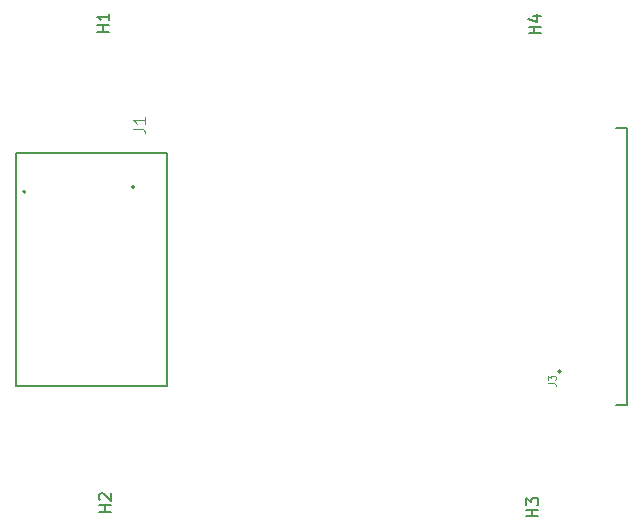
<source format=gbr>
%TF.GenerationSoftware,KiCad,Pcbnew,5.1.10-88a1d61d58~88~ubuntu20.04.1*%
%TF.CreationDate,2021-05-25T15:32:40+07:00*%
%TF.ProjectId,36P-miniSAS-Header-Adapter,3336502d-6d69-46e6-9953-41532d486561,rev?*%
%TF.SameCoordinates,Original*%
%TF.FileFunction,Legend,Top*%
%TF.FilePolarity,Positive*%
%FSLAX46Y46*%
G04 Gerber Fmt 4.6, Leading zero omitted, Abs format (unit mm)*
G04 Created by KiCad (PCBNEW 5.1.10-88a1d61d58~88~ubuntu20.04.1) date 2021-05-25 15:32:40*
%MOMM*%
%LPD*%
G01*
G04 APERTURE LIST*
%ADD10C,0.127000*%
%ADD11C,0.200000*%
%ADD12C,0.015000*%
%ADD13C,0.150000*%
G04 APERTURE END LIST*
D10*
%TO.C,J3*%
X202050000Y-14215000D02*
X201100000Y-14215000D01*
X202050000Y9215000D02*
X201100000Y9215000D01*
X202050000Y-14215000D02*
X202050000Y9215000D01*
D11*
X196400000Y-11400000D02*
G75*
G03*
X196400000Y-11400000I-100000J0D01*
G01*
D10*
%TO.C,J1*%
X150290000Y7150000D02*
X163090000Y7150000D01*
X163090000Y7150000D02*
X163090000Y-12650000D01*
X163090000Y-12650000D02*
X150290000Y-12650000D01*
X150290000Y-12650000D02*
X150290000Y7150000D01*
D11*
X151090000Y3850000D02*
G75*
G03*
X151090000Y3850000I-100000J0D01*
G01*
X160290000Y4250000D02*
G75*
G03*
X160290000Y4250000I-100000J0D01*
G01*
%TO.C,J3*%
D12*
X195343123Y-12381333D02*
X195800266Y-12381333D01*
X195891695Y-12411809D01*
X195952647Y-12472761D01*
X195983123Y-12564190D01*
X195983123Y-12625142D01*
X195343123Y-12137523D02*
X195343123Y-11741333D01*
X195586933Y-11954666D01*
X195586933Y-11863238D01*
X195617409Y-11802285D01*
X195647885Y-11771809D01*
X195708838Y-11741333D01*
X195861219Y-11741333D01*
X195922171Y-11771809D01*
X195952647Y-11802285D01*
X195983123Y-11863238D01*
X195983123Y-12046095D01*
X195952647Y-12107047D01*
X195922171Y-12137523D01*
%TO.C,H4*%
D13*
X194702380Y17238095D02*
X193702380Y17238095D01*
X194178571Y17238095D02*
X194178571Y17809523D01*
X194702380Y17809523D02*
X193702380Y17809523D01*
X194035714Y18714285D02*
X194702380Y18714285D01*
X193654761Y18476190D02*
X194369047Y18238095D01*
X194369047Y18857142D01*
%TO.C,H3*%
X194502380Y-23661904D02*
X193502380Y-23661904D01*
X193978571Y-23661904D02*
X193978571Y-23090476D01*
X194502380Y-23090476D02*
X193502380Y-23090476D01*
X193502380Y-22709523D02*
X193502380Y-22090476D01*
X193883333Y-22423809D01*
X193883333Y-22280952D01*
X193930952Y-22185714D01*
X193978571Y-22138095D01*
X194073809Y-22090476D01*
X194311904Y-22090476D01*
X194407142Y-22138095D01*
X194454761Y-22185714D01*
X194502380Y-22280952D01*
X194502380Y-22566666D01*
X194454761Y-22661904D01*
X194407142Y-22709523D01*
%TO.C,H2*%
X158302380Y-23261904D02*
X157302380Y-23261904D01*
X157778571Y-23261904D02*
X157778571Y-22690476D01*
X158302380Y-22690476D02*
X157302380Y-22690476D01*
X157397619Y-22261904D02*
X157350000Y-22214285D01*
X157302380Y-22119047D01*
X157302380Y-21880952D01*
X157350000Y-21785714D01*
X157397619Y-21738095D01*
X157492857Y-21690476D01*
X157588095Y-21690476D01*
X157730952Y-21738095D01*
X158302380Y-22309523D01*
X158302380Y-21690476D01*
%TO.C,H1*%
X158152380Y17338095D02*
X157152380Y17338095D01*
X157628571Y17338095D02*
X157628571Y17909523D01*
X158152380Y17909523D02*
X157152380Y17909523D01*
X158152380Y18909523D02*
X158152380Y18338095D01*
X158152380Y18623809D02*
X157152380Y18623809D01*
X157295238Y18528571D01*
X157390476Y18433333D01*
X157438095Y18338095D01*
%TO.C,J1*%
D12*
X160202380Y9166666D02*
X160916666Y9166666D01*
X161059523Y9119047D01*
X161154761Y9023809D01*
X161202380Y8880952D01*
X161202380Y8785714D01*
X161202380Y10166666D02*
X161202380Y9595238D01*
X161202380Y9880952D02*
X160202380Y9880952D01*
X160345238Y9785714D01*
X160440476Y9690476D01*
X160488095Y9595238D01*
%TD*%
M02*

</source>
